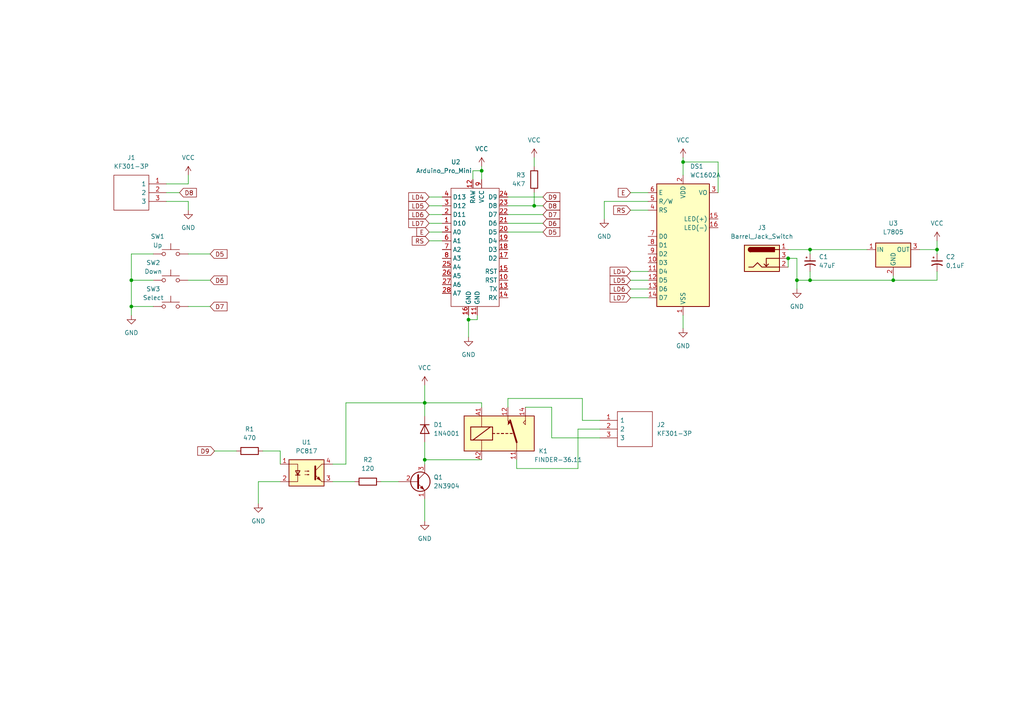
<source format=kicad_sch>
(kicad_sch (version 20211123) (generator eeschema)
  (paper "A4")
  (lib_symbols
    (symbol "Connector:Barrel_Jack_Switch" (pin_names hide)
      (property "Reference" "J" (at 0 5.334 0))
      (property "Value" "Barrel_Jack_Switch" (at 0 -5.08 0))
      (symbol "Barrel_Jack_Switch_0_1"
        (rectangle (start -5.08 3.81) (end 5.08 -3.81) (stroke (width 0.254)) (fill (type background)))
        (arc (start -3.302 3.175) (mid -3.937 2.54) (end -3.302 1.905) (stroke (width 0.254)))
        (arc (start -3.302 3.175) (mid -3.937 2.54) (end -3.302 1.905) (stroke (width 0.254)) (fill (type outline)))
        (polyline (pts (xy 1.27 -2.286) (xy 1.905 -1.651)) (stroke (width 0.254)))
        (polyline (pts (xy 5.08 2.54) (xy 3.81 2.54)) (stroke (width 0.254)))
        (polyline (pts (xy 5.08 0) (xy 1.27 0) (xy 1.27 -2.286) (xy 0.635 -1.651)) (stroke (width 0.254)))
        (polyline (pts (xy -3.81 -2.54) (xy -2.54 -2.54) (xy -1.27 -1.27) (xy 0 -2.54) (xy 2.54 -2.54) (xy 5.08 -2.54)) (stroke (width 0.254)))
        (rectangle (start 3.683 3.175) (end -3.302 1.905) (stroke (width 0.254)) (fill (type outline)))
      )
      (symbol "Barrel_Jack_Switch_1_1"
        (pin passive line (at 7.62 2.54 180) (length 2.54) (name "~") (number "1"))
        (pin passive line (at 7.62 -2.54 180) (length 2.54) (name "~") (number "2"))
        (pin passive line (at 7.62 0 180) (length 2.54) (name "~") (number "3"))
      )
    )
    (symbol "Device:C_Polarized_Small_US" (pin_numbers hide) (pin_names (offset 0.254) hide)
      (property "Reference" "C" (at 0.254 1.778 0))
      (property "Value" "C_Polarized_Small_US" (at 0.254 -2.032 0))
      (symbol "C_Polarized_Small_US_0_1"
        (polyline (pts (xy -1.524 0.508) (xy 1.524 0.508)) (stroke (width 0.3048)))
        (polyline (pts (xy -1.27 1.524) (xy -0.762 1.524)))
        (polyline (pts (xy -1.016 1.27) (xy -1.016 1.778)))
        (arc (start 1.524 -0.762) (mid 0 -0.3734) (end -1.524 -0.762) (stroke (width 0.3048)))
      )
      (symbol "C_Polarized_Small_US_1_1"
        (pin passive line (at 0 2.54 270) (length 2.032) (name "~") (number "1"))
        (pin passive line (at 0 -2.54 90) (length 2.032) (name "~") (number "2"))
      )
    )
    (symbol "Device:R" (pin_numbers hide) (pin_names (offset 0))
      (property "Reference" "R" (at 2.032 0 90))
      (property "Value" "R" (at 0 0 90))
      (symbol "R_0_1"
        (rectangle (start -1.016 -2.54) (end 1.016 2.54) (stroke (width 0.254)))
      )
      (symbol "R_1_1"
        (pin passive line (at 0 3.81 270) (length 1.27) (name "~") (number "1"))
        (pin passive line (at 0 -3.81 90) (length 1.27) (name "~") (number "2"))
      )
    )
    (symbol "Diode:1N4001" (pin_numbers hide) (pin_names (offset 1.016) hide)
      (property "Reference" "D" (at 0 2.54 0))
      (property "Value" "1N4001" (at 0 -2.54 0))
      (symbol "1N4001_0_1"
        (polyline (pts (xy -1.27 1.27) (xy -1.27 -1.27)) (stroke (width 0.254)))
        (polyline (pts (xy 1.27 0) (xy -1.27 0)))
        (polyline (pts (xy 1.27 1.27) (xy 1.27 -1.27) (xy -1.27 0) (xy 1.27 1.27)) (stroke (width 0.254)))
      )
      (symbol "1N4001_1_1"
        (pin passive line (at -3.81 0 0) (length 2.54) (name "K") (number "1"))
        (pin passive line (at 3.81 0 180) (length 2.54) (name "A") (number "2"))
      )
    )
    (symbol "Display_Character:WC1602A"
      (property "Reference" "DS" (at -5.842 19.05 0))
      (property "Value" "WC1602A" (at 5.334 19.05 0))
      (symbol "WC1602A_1_1"
        (rectangle (start -7.62 17.78) (end 7.62 -17.78) (stroke (width 0.254)) (fill (type background)))
        (pin power_in line (at 0 -20.32 90) (length 2.54) (name "VSS") (number "1"))
        (pin input line (at -10.16 -5.08 0) (length 2.54) (name "D3") (number "10"))
        (pin input line (at -10.16 -7.62 0) (length 2.54) (name "D4") (number "11"))
        (pin input line (at -10.16 -10.16 0) (length 2.54) (name "D5") (number "12"))
        (pin input line (at -10.16 -12.7 0) (length 2.54) (name "D6") (number "13"))
        (pin input line (at -10.16 -15.24 0) (length 2.54) (name "D7") (number "14"))
        (pin power_in line (at 10.16 7.62 180) (length 2.54) (name "LED(+)") (number "15"))
        (pin power_in line (at 10.16 5.08 180) (length 2.54) (name "LED(-)") (number "16"))
        (pin power_in line (at 0 20.32 270) (length 2.54) (name "VDD") (number "2"))
        (pin input line (at 10.16 15.24 180) (length 2.54) (name "VO") (number "3"))
        (pin input line (at -10.16 10.16 0) (length 2.54) (name "RS") (number "4"))
        (pin input line (at -10.16 12.7 0) (length 2.54) (name "R/W") (number "5"))
        (pin input line (at -10.16 15.24 0) (length 2.54) (name "E") (number "6"))
        (pin input line (at -10.16 2.54 0) (length 2.54) (name "D0") (number "7"))
        (pin input line (at -10.16 0 0) (length 2.54) (name "D1") (number "8"))
        (pin input line (at -10.16 -2.54 0) (length 2.54) (name "D2") (number "9"))
      )
    )
    (symbol "Isolator:PC817" (pin_names (offset 1.016))
      (property "Reference" "U" (at -5.08 5.08 0))
      (property "Value" "PC817" (at 0 5.08 0))
      (symbol "PC817_0_1"
        (rectangle (start -5.08 3.81) (end 5.08 -3.81) (stroke (width 0.254)) (fill (type background)))
        (polyline (pts (xy -3.175 -0.635) (xy -1.905 -0.635)) (stroke (width 0.254)))
        (polyline (pts (xy 2.54 0.635) (xy 4.445 2.54)))
        (polyline (pts (xy 4.445 -2.54) (xy 2.54 -0.635)) (fill (type outline)))
        (polyline (pts (xy 4.445 -2.54) (xy 5.08 -2.54)))
        (polyline (pts (xy 4.445 2.54) (xy 5.08 2.54)))
        (polyline (pts (xy -5.08 2.54) (xy -2.54 2.54) (xy -2.54 -0.635)))
        (polyline (pts (xy -2.54 -0.635) (xy -2.54 -2.54) (xy -5.08 -2.54)))
        (polyline (pts (xy 2.54 1.905) (xy 2.54 -1.905) (xy 2.54 -1.905)) (stroke (width 0.508)))
        (polyline (pts (xy -2.54 -0.635) (xy -3.175 0.635) (xy -1.905 0.635) (xy -2.54 -0.635)) (stroke (width 0.254)))
        (polyline (pts (xy -0.508 -0.508) (xy 0.762 -0.508) (xy 0.381 -0.635) (xy 0.381 -0.381) (xy 0.762 -0.508)))
        (polyline (pts (xy -0.508 0.508) (xy 0.762 0.508) (xy 0.381 0.381) (xy 0.381 0.635) (xy 0.762 0.508)))
        (polyline (pts (xy 3.048 -1.651) (xy 3.556 -1.143) (xy 4.064 -2.159) (xy 3.048 -1.651) (xy 3.048 -1.651)) (fill (type outline)))
      )
      (symbol "PC817_1_1"
        (pin passive line (at -7.62 2.54 0) (length 2.54) (name "~") (number "1"))
        (pin passive line (at -7.62 -2.54 0) (length 2.54) (name "~") (number "2"))
        (pin passive line (at 7.62 -2.54 180) (length 2.54) (name "~") (number "3"))
        (pin passive line (at 7.62 2.54 180) (length 2.54) (name "~") (number "4"))
      )
    )
    (symbol "KF301-3P:KF301-3P" (pin_names (offset 0.762))
      (property "Reference" "J" (at 16.51 7.62 0))
      (property "Value" "KF301-3P" (at 16.51 5.08 0))
      (symbol "KF301-3P_0_0"
        (pin passive line (at 0 0 0) (length 5.08) (name "1") (number "1"))
        (pin passive line (at 0 -2.54 0) (length 5.08) (name "2") (number "2"))
        (pin passive line (at 0 -5.08 0) (length 5.08) (name "3") (number "3"))
      )
      (symbol "KF301-3P_0_1"
        (polyline (pts (xy 5.08 2.54) (xy 15.24 2.54) (xy 15.24 -7.62) (xy 5.08 -7.62) (xy 5.08 2.54)) (stroke (width 0.1524)))
      )
    )
    (symbol "Regulator_Linear:L7805" (pin_names (offset 0.254))
      (property "Reference" "U" (at -3.81 3.175 0))
      (property "Value" "L7805" (at 0 3.175 0))
      (symbol "L7805_0_1"
        (rectangle (start -5.08 1.905) (end 5.08 -5.08) (stroke (width 0.254)) (fill (type background)))
      )
      (symbol "L7805_1_1"
        (pin power_in line (at -7.62 0 0) (length 2.54) (name "IN") (number "1"))
        (pin power_in line (at 0 -7.62 90) (length 2.54) (name "GND") (number "2"))
        (pin power_out line (at 7.62 0 180) (length 2.54) (name "OUT") (number "3"))
      )
    )
    (symbol "Relay:FINDER-36.11"
      (property "Reference" "K" (at 11.43 3.81 0))
      (property "Value" "FINDER-36.11" (at 11.43 1.27 0))
      (symbol "FINDER-36.11_0_0"
        (polyline (pts (xy 2.54 3.81) (xy 2.54 5.08)))
        (polyline (pts (xy 7.62 3.81) (xy 7.62 5.08)))
        (polyline (pts (xy 7.62 3.81) (xy 7.62 2.54) (xy 6.985 3.175) (xy 7.62 3.81)))
      )
      (symbol "FINDER-36.11_0_1"
        (rectangle (start -10.16 5.08) (end 10.16 -5.08) (stroke (width 0.254)) (fill (type background)))
        (rectangle (start -8.255 1.905) (end -1.905 -1.905) (stroke (width 0.254)))
        (polyline (pts (xy -7.62 -1.905) (xy -2.54 1.905)) (stroke (width 0.254)))
        (polyline (pts (xy -5.08 -5.08) (xy -5.08 -1.905)))
        (polyline (pts (xy -5.08 5.08) (xy -5.08 1.905)))
        (polyline (pts (xy -1.905 0) (xy -1.27 0)) (stroke (width 0.254)))
        (polyline (pts (xy -0.635 0) (xy 0 0)) (stroke (width 0.254)))
        (polyline (pts (xy 0.635 0) (xy 1.27 0)) (stroke (width 0.254)))
        (polyline (pts (xy 0.635 0) (xy 1.27 0)) (stroke (width 0.254)))
        (polyline (pts (xy 1.905 0) (xy 2.54 0)) (stroke (width 0.254)))
        (polyline (pts (xy 3.175 0) (xy 3.81 0)) (stroke (width 0.254)))
        (polyline (pts (xy 5.08 -2.54) (xy 3.175 3.81)) (stroke (width 0.508)))
        (polyline (pts (xy 5.08 -2.54) (xy 5.08 -5.08)))
        (polyline (pts (xy 2.54 2.54) (xy 3.175 3.175) (xy 2.54 3.81)) (fill (type outline)))
      )
      (symbol "FINDER-36.11_1_1"
        (pin passive line (at 5.08 -7.62 90) (length 2.54) (name "~") (number "11"))
        (pin passive line (at 2.54 7.62 270) (length 2.54) (name "~") (number "12"))
        (pin passive line (at 7.62 7.62 270) (length 2.54) (name "~") (number "14"))
        (pin passive line (at -5.08 7.62 270) (length 2.54) (name "~") (number "A1"))
        (pin passive line (at -5.08 -7.62 90) (length 2.54) (name "~") (number "A2"))
      )
    )
    (symbol "Switch:SW_Push" (pin_numbers hide) (pin_names (offset 1.016) hide)
      (property "Reference" "SW" (at 1.27 2.54 0))
      (property "Value" "SW_Push" (at 0 -1.524 0))
      (symbol "SW_Push_0_1"
        (circle (center -2.032 0) (radius 0.508))
        (polyline (pts (xy 0 1.27) (xy 0 3.048)))
        (polyline (pts (xy 2.54 1.27) (xy -2.54 1.27)))
        (circle (center 2.032 0) (radius 0.508))
        (pin passive line (at -5.08 0 0) (length 2.54) (name "1") (number "1"))
        (pin passive line (at 5.08 0 180) (length 2.54) (name "2") (number "2"))
      )
    )
    (symbol "Transistor_BJT:2N3904" (pin_names (offset 0) hide)
      (property "Reference" "Q" (at 5.08 1.905 0))
      (property "Value" "2N3904" (at 5.08 0 0))
      (symbol "2N3904_0_1"
        (polyline (pts (xy 0.635 0.635) (xy 2.54 2.54)))
        (polyline (pts (xy 0.635 -0.635) (xy 2.54 -2.54) (xy 2.54 -2.54)))
        (polyline (pts (xy 0.635 1.905) (xy 0.635 -1.905) (xy 0.635 -1.905)) (stroke (width 0.508)))
        (polyline (pts (xy 1.27 -1.778) (xy 1.778 -1.27) (xy 2.286 -2.286) (xy 1.27 -1.778) (xy 1.27 -1.778)) (fill (type outline)))
        (circle (center 1.27 0) (radius 2.8194) (stroke (width 0.254)))
      )
      (symbol "2N3904_1_1"
        (pin passive line (at 2.54 -5.08 90) (length 2.54) (name "E") (number "1"))
        (pin passive line (at -5.08 0 0) (length 5.715) (name "B") (number "2"))
        (pin passive line (at 2.54 5.08 270) (length 2.54) (name "C") (number "3"))
      )
    )
    (symbol "arduino_proMini:Arduino_Pro_Mini"
      (property "Reference" "U" (at 0 0 0))
      (property "Value" "Arduino_Pro_Mini" (at 0 -2.54 0))
      (symbol "Arduino_Pro_Mini_0_1"
        (rectangle (start -16.51 35.56) (end -2.54 1.27))
      )
      (symbol "Arduino_Pro_Mini_1_1"
        (pin input line (at -19.05 25.4 0) (length 2.54) (name "D10") (number "1"))
        (pin input line (at 0 8.89 180) (length 2.54) (name "RST") (number "10"))
        (pin input line (at -8.89 -1.27 90) (length 2.54) (name "GND") (number "11"))
        (pin input line (at -10.16 38.1 270) (length 2.54) (name "RAW") (number "12"))
        (pin input line (at 0 6.35 180) (length 2.54) (name "TX") (number "13"))
        (pin input line (at 0 3.81 180) (length 2.54) (name "RX") (number "14"))
        (pin input line (at 0 11.43 180) (length 2.54) (name "RST") (number "15"))
        (pin input line (at -11.43 -1.27 90) (length 2.54) (name "GND") (number "16"))
        (pin input line (at 0 15.24 180) (length 2.54) (name "D2") (number "17"))
        (pin input line (at 0 17.78 180) (length 2.54) (name "D3") (number "18"))
        (pin input line (at 0 20.32 180) (length 2.54) (name "D4") (number "19"))
        (pin input line (at -19.05 27.94 0) (length 2.54) (name "D11") (number "2"))
        (pin input line (at 0 22.86 180) (length 2.54) (name "D5") (number "20"))
        (pin input line (at 0 25.4 180) (length 2.54) (name "D6") (number "21"))
        (pin input line (at 0 27.94 180) (length 2.54) (name "D7") (number "22"))
        (pin input line (at 0 30.48 180) (length 2.54) (name "D8") (number "23"))
        (pin input line (at 0 33.02 180) (length 2.54) (name "D9") (number "24"))
        (pin input line (at -19.05 12.7 0) (length 2.54) (name "A4") (number "25"))
        (pin input line (at -19.05 10.16 0) (length 2.54) (name "A5") (number "26"))
        (pin input line (at -19.05 7.62 0) (length 2.54) (name "A6") (number "27"))
        (pin input line (at -19.05 5.08 0) (length 2.54) (name "A7") (number "28"))
        (pin input line (at -19.05 30.48 0) (length 2.54) (name "D12") (number "3"))
        (pin input line (at -19.05 33.02 0) (length 2.54) (name "D13") (number "4"))
        (pin input line (at -19.05 22.86 0) (length 2.54) (name "A0") (number "5"))
        (pin input line (at -19.05 20.32 0) (length 2.54) (name "A1") (number "6"))
        (pin input line (at -19.05 17.78 0) (length 2.54) (name "A2") (number "7"))
        (pin input line (at -19.05 15.24 0) (length 2.54) (name "A3") (number "8"))
        (pin input line (at -7.62 38.1 270) (length 2.54) (name "VCC") (number "9"))
      )
    )
    (symbol "power:GND" (power) (pin_names (offset 0))
      (property "Value" "GND" (at 0 -3.81 0))
      (symbol "GND_0_1"
        (polyline (pts (xy 0 0) (xy 0 -1.27) (xy 1.27 -1.27) (xy 0 -2.54) (xy -1.27 -1.27) (xy 0 -1.27)))
      )
      (symbol "GND_1_1"
        (pin power_in line (at 0 0 270) (length 0) hide (name "GND") (number "1"))
      )
    )
    (symbol "power:VCC" (power) (pin_names (offset 0))
      (property "Value" "VCC" (at 0 3.81 0))
      (symbol "VCC_0_1"
        (polyline (pts (xy -0.762 1.27) (xy 0 2.54)))
        (polyline (pts (xy 0 0) (xy 0 2.54)))
        (polyline (pts (xy 0 2.54) (xy 0.762 1.27)))
      )
      (symbol "VCC_1_1"
        (pin power_in line (at 0 0 90) (length 0) hide (name "VCC") (number "1"))
      )
    )
  )
  (junction (at 123.19 133.35))
  (junction (at 38.1 88.9))
  (junction (at 123.19 116.84))
  (junction (at 38.1 81.28))
  (junction (at 154.94 59.69))
  (junction (at 271.78 72.39))
  (junction (at 259.08 81.28))
  (junction (at 234.95 72.39))
  (junction (at 135.89 92.71))
  (junction (at 198.12 46.99))
  (junction (at 228.6 74.93))
  (junction (at 234.95 81.28))
  (junction (at 139.7 49.53))
  (junction (at 231.14 81.28))
  (wire (pts (xy 76.2 130.81) (xy 81.28 130.81)))
  (wire (pts (xy 147.32 62.23) (xy 157.48 62.23)))
  (wire (pts (xy 38.1 81.28) (xy 44.45 81.28)))
  (wire (pts (xy 182.88 86.36) (xy 187.96 86.36)))
  (wire (pts (xy 154.94 59.69) (xy 157.48 59.69)))
  (wire (pts (xy 38.1 73.66) (xy 38.1 81.28)))
  (wire (pts (xy 81.28 139.7) (xy 74.93 139.7)))
  (wire (pts (xy 137.16 52.07) (xy 137.16 49.53)))
  (wire (pts (xy 138.43 91.44) (xy 138.43 92.71)))
  (wire (pts (xy 124.46 62.23) (xy 128.27 62.23)))
  (wire (pts (xy 74.93 139.7) (xy 74.93 146.05)))
  (wire (pts (xy 96.52 134.62) (xy 100.33 134.62)))
  (wire (pts (xy 110.49 139.7) (xy 115.57 139.7)))
  (wire (pts (xy 168.91 121.92) (xy 173.99 121.92)))
  (wire (pts (xy 160.02 127) (xy 173.99 127)))
  (wire (pts (xy 137.16 49.53) (xy 139.7 49.53)))
  (wire (pts (xy 123.19 128.27) (xy 123.19 133.35)))
  (wire (pts (xy 271.78 81.28) (xy 259.08 81.28)))
  (wire (pts (xy 182.88 60.96) (xy 187.96 60.96)))
  (wire (pts (xy 228.6 72.39) (xy 234.95 72.39)))
  (wire (pts (xy 123.19 133.35) (xy 139.7 133.35)))
  (wire (pts (xy 139.7 48.26) (xy 139.7 49.53)))
  (wire (pts (xy 123.19 133.35) (xy 123.19 134.62)))
  (wire (pts (xy 54.61 88.9) (xy 60.96 88.9)))
  (wire (pts (xy 182.88 83.82) (xy 187.96 83.82)))
  (wire (pts (xy 208.28 46.99) (xy 198.12 46.99)))
  (wire (pts (xy 38.1 88.9) (xy 44.45 88.9)))
  (wire (pts (xy 198.12 91.44) (xy 198.12 95.25)))
  (wire (pts (xy 100.33 134.62) (xy 100.33 116.84)))
  (wire (pts (xy 147.32 115.57) (xy 168.91 115.57)))
  (wire (pts (xy 147.32 57.15) (xy 157.48 57.15)))
  (wire (pts (xy 123.19 116.84) (xy 123.19 120.65)))
  (wire (pts (xy 54.61 58.42) (xy 54.61 60.96)))
  (wire (pts (xy 54.61 73.66) (xy 60.96 73.66)))
  (wire (pts (xy 149.86 133.35) (xy 149.86 135.89)))
  (wire (pts (xy 182.88 81.28) (xy 187.96 81.28)))
  (wire (pts (xy 139.7 116.84) (xy 139.7 118.11)))
  (wire (pts (xy 135.89 92.71) (xy 135.89 97.79)))
  (wire (pts (xy 149.86 135.89) (xy 167.64 135.89)))
  (wire (pts (xy 234.95 78.74) (xy 234.95 81.28)))
  (wire (pts (xy 182.88 55.88) (xy 187.96 55.88)))
  (wire (pts (xy 147.32 64.77) (xy 157.48 64.77)))
  (wire (pts (xy 234.95 81.28) (xy 231.14 81.28)))
  (wire (pts (xy 124.46 59.69) (xy 128.27 59.69)))
  (wire (pts (xy 48.26 53.34) (xy 54.61 53.34)))
  (wire (pts (xy 38.1 81.28) (xy 38.1 88.9)))
  (wire (pts (xy 266.7 72.39) (xy 271.78 72.39)))
  (wire (pts (xy 139.7 49.53) (xy 139.7 52.07)))
  (wire (pts (xy 48.26 58.42) (xy 54.61 58.42)))
  (wire (pts (xy 124.46 57.15) (xy 128.27 57.15)))
  (wire (pts (xy 124.46 64.77) (xy 128.27 64.77)))
  (wire (pts (xy 231.14 81.28) (xy 231.14 74.93)))
  (wire (pts (xy 62.23 130.81) (xy 68.58 130.81)))
  (wire (pts (xy 271.78 72.39) (xy 271.78 73.66)))
  (wire (pts (xy 228.6 74.93) (xy 228.6 77.47)))
  (wire (pts (xy 123.19 111.76) (xy 123.19 116.84)))
  (wire (pts (xy 234.95 72.39) (xy 234.95 73.66)))
  (wire (pts (xy 154.94 45.72) (xy 154.94 48.26)))
  (wire (pts (xy 124.46 67.31) (xy 128.27 67.31)))
  (wire (pts (xy 234.95 81.28) (xy 259.08 81.28)))
  (wire (pts (xy 38.1 88.9) (xy 38.1 91.44)))
  (wire (pts (xy 198.12 46.99) (xy 198.12 50.8)))
  (wire (pts (xy 208.28 55.88) (xy 208.28 46.99)))
  (wire (pts (xy 160.02 118.11) (xy 160.02 127)))
  (wire (pts (xy 175.26 63.5) (xy 175.26 58.42)))
  (wire (pts (xy 168.91 115.57) (xy 168.91 121.92)))
  (wire (pts (xy 147.32 118.11) (xy 147.32 115.57)))
  (wire (pts (xy 138.43 92.71) (xy 135.89 92.71)))
  (wire (pts (xy 54.61 53.34) (xy 54.61 50.8)))
  (wire (pts (xy 182.88 78.74) (xy 187.96 78.74)))
  (wire (pts (xy 271.78 69.85) (xy 271.78 72.39)))
  (wire (pts (xy 81.28 130.81) (xy 81.28 134.62)))
  (wire (pts (xy 135.89 91.44) (xy 135.89 92.71)))
  (wire (pts (xy 167.64 135.89) (xy 167.64 124.46)))
  (wire (pts (xy 259.08 80.01) (xy 259.08 81.28)))
  (wire (pts (xy 147.32 59.69) (xy 154.94 59.69)))
  (wire (pts (xy 152.4 118.11) (xy 160.02 118.11)))
  (wire (pts (xy 123.19 144.78) (xy 123.19 151.13)))
  (wire (pts (xy 198.12 45.72) (xy 198.12 46.99)))
  (wire (pts (xy 231.14 83.82) (xy 231.14 81.28)))
  (wire (pts (xy 234.95 72.39) (xy 251.46 72.39)))
  (wire (pts (xy 54.61 81.28) (xy 60.96 81.28)))
  (wire (pts (xy 147.32 67.31) (xy 157.48 67.31)))
  (wire (pts (xy 271.78 78.74) (xy 271.78 81.28)))
  (wire (pts (xy 100.33 116.84) (xy 123.19 116.84)))
  (wire (pts (xy 48.26 55.88) (xy 52.07 55.88)))
  (wire (pts (xy 123.19 116.84) (xy 139.7 116.84)))
  (wire (pts (xy 124.46 69.85) (xy 128.27 69.85)))
  (wire (pts (xy 175.26 58.42) (xy 187.96 58.42)))
  (wire (pts (xy 231.14 74.93) (xy 228.6 74.93)))
  (wire (pts (xy 96.52 139.7) (xy 102.87 139.7)))
  (wire (pts (xy 167.64 124.46) (xy 173.99 124.46)))
  (wire (pts (xy 44.45 73.66) (xy 38.1 73.66)))
  (wire (pts (xy 154.94 55.88) (xy 154.94 59.69)))
  (global_label "D6" (shape input) (at 60.96 81.28 0) (property "Intersheet References" "${INTERSHEET_REFS}" (effects hide)))
  (global_label "D9" (shape input) (at 62.23 130.81 180) (property "Intersheet References" "${INTERSHEET_REFS}" (effects hide)))
  (global_label "RS" (shape input) (at 182.88 60.96 180) (property "Intersheet References" "${INTERSHEET_REFS}" (effects hide)))
  (global_label "D7" (shape input) (at 157.48 62.23 0) (property "Intersheet References" "${INTERSHEET_REFS}" (effects hide)))
  (global_label "D7" (shape input) (at 60.96 88.9 0) (property "Intersheet References" "${INTERSHEET_REFS}" (effects hide)))
  (global_label "LD5" (shape input) (at 182.88 81.28 180) (property "Intersheet References" "${INTERSHEET_REFS}" (effects hide)))
  (global_label "D8" (shape input) (at 52.07 55.88 0) (property "Intersheet References" "${INTERSHEET_REFS}" (effects hide)))
  (global_label "LD6" (shape input) (at 182.88 83.82 180) (property "Intersheet References" "${INTERSHEET_REFS}" (effects hide)))
  (global_label "RS" (shape input) (at 124.46 69.85 180) (property "Intersheet References" "${INTERSHEET_REFS}" (effects hide)))
  (global_label "E" (shape input) (at 124.46 67.31 180) (property "Intersheet References" "${INTERSHEET_REFS}" (effects hide)))
  (global_label "LD4" (shape input) (at 124.46 57.15 180) (property "Intersheet References" "${INTERSHEET_REFS}" (effects hide)))
  (global_label "LD7" (shape input) (at 182.88 86.36 180) (property "Intersheet References" "${INTERSHEET_REFS}" (effects hide)))
  (global_label "E" (shape input) (at 182.88 55.88 180) (property "Intersheet References" "${INTERSHEET_REFS}" (effects hide)))
  (global_label "LD7" (shape input) (at 124.46 64.77 180) (property "Intersheet References" "${INTERSHEET_REFS}" (effects hide)))
  (global_label "LD5" (shape input) (at 124.46 59.69 180) (property "Intersheet References" "${INTERSHEET_REFS}" (effects hide)))
  (global_label "D8" (shape input) (at 157.48 59.69 0) (property "Intersheet References" "${INTERSHEET_REFS}" (effects hide)))
  (global_label "LD4" (shape input) (at 182.88 78.74 180) (property "Intersheet References" "${INTERSHEET_REFS}" (effects hide)))
  (global_label "LD6" (shape input) (at 124.46 62.23 180) (property "Intersheet References" "${INTERSHEET_REFS}" (effects hide)))
  (global_label "D9" (shape input) (at 157.48 57.15 0) (property "Intersheet References" "${INTERSHEET_REFS}" (effects hide)))
  (global_label "D5" (shape input) (at 157.48 67.31 0) (property "Intersheet References" "${INTERSHEET_REFS}" (effects hide)))
  (global_label "D6" (shape input) (at 157.48 64.77 0) (property "Intersheet References" "${INTERSHEET_REFS}" (effects hide)))
  (global_label "D5" (shape input) (at 60.96 73.66 0) (property "Intersheet References" "${INTERSHEET_REFS}" (effects hide)))
  (symbol (lib_id "power:VCC") (at 271.78 69.85 0) (unit 1)
    (property "Reference" "#PWR014" (effects hide))
    (property "Value" "VCC" (at 271.78 64.77 0))
  )
  (symbol (lib_id "Switch:SW_Push") (at 49.53 81.28 0) (unit 1)
    (property "Reference" "SW2" (at 44.45 76.2 0))
    (property "Value" "Down" (at 44.45 78.74 0))
    (property "Footprint" "Button_Switch_THT:SW_PUSH_6mm_H8.5mm" (effects hide))
  )
  (symbol (lib_id "Diode:1N4001") (at 123.19 124.46 270) (unit 1)
    (property "Reference" "D1" (at 125.73 123.1899 90) (effects (justify left)))
    (property "Value" "1N4001" (at 125.73 125.7299 90) (effects (justify left)))
    (property "Footprint" "Diode_THT:D_DO-41_SOD81_P10.16mm_Horizontal" (effects hide))
    (property "Datasheet" "http://www.vishay.com/docs/88503/1n4001.pdf" (effects hide))
  )
  (symbol (lib_id "Device:R") (at 72.39 130.81 90) (unit 1)
    (property "Reference" "R1" (at 72.39 124.46 90))
    (property "Value" "470" (at 72.39 127 90))
    (property "Footprint" "Resistor_THT:R_Axial_DIN0204_L3.6mm_D1.6mm_P7.62mm_Horizontal" (effects hide))
  )
  (symbol (lib_id "Relay:FINDER-36.11") (at 144.78 125.73 0) (unit 1)
    (property "Reference" "K1" (at 156.21 130.81 0) (effects (justify left)))
    (property "Value" "FINDER-36.11" (at 154.94 133.35 0) (effects (justify left)))
    (property "Footprint" "Relay_THT:Relay_SPDT_Finder_36.11" (effects hide))
    (property "Datasheet" "https://gfinder.findernet.com/public/attachments/36/EN/S36EN.pdf" (effects hide))
  )
  (symbol (lib_id "power:VCC") (at 123.19 111.76 0) (unit 1)
    (property "Reference" "#PWR05" (effects hide))
    (property "Value" "VCC" (at 123.19 106.68 0))
  )
  (symbol (lib_id "Connector:Barrel_Jack_Switch") (at 220.98 74.93 0) (unit 1)
    (property "Reference" "J3" (at 220.98 66.04 0))
    (property "Value" "Barrel_Jack_Switch" (at 220.98 68.58 0))
    (property "Footprint" "Connector_BarrelJack:BarrelJack_Horizontal" (effects hide))
  )
  (symbol (lib_id "power:GND") (at 198.12 95.25 0) (unit 1)
    (property "Reference" "#PWR012" (effects hide))
    (property "Value" "GND" (at 198.12 100.33 0))
  )
  (symbol (lib_id "Switch:SW_Push") (at 49.53 88.9 0) (unit 1)
    (property "Reference" "SW3" (at 44.45 83.82 0))
    (property "Value" "Select" (at 44.45 86.36 0))
    (property "Footprint" "Button_Switch_THT:SW_PUSH_6mm_H8.5mm" (effects hide))
  )
  (symbol (lib_id "power:VCC") (at 54.61 50.8 0) (unit 1)
    (property "Reference" "#PWR02" (effects hide))
    (property "Value" "VCC" (at 54.61 45.72 0))
  )
  (symbol (lib_id "Isolator:PC817") (at 88.9 137.16 0) (unit 1)
    (property "Reference" "U1" (at 88.9 128.27 0))
    (property "Value" "PC817" (at 88.9 130.81 0))
    (property "Footprint" "Package_DIP:DIP-4_W7.62mm" (effects hide))
    (property "Datasheet" "http://www.soselectronic.cz/a_info/resource/d/pc817.pdf" (effects hide))
  )
  (symbol (lib_id "power:GND") (at 38.1 91.44 0) (unit 1)
    (property "Reference" "#PWR01" (effects hide))
    (property "Value" "GND" (at 38.1 96.52 0))
  )
  (symbol (lib_id "Device:R") (at 106.68 139.7 90) (unit 1)
    (property "Reference" "R2" (at 106.68 133.35 90))
    (property "Value" "120" (at 106.68 135.89 90))
    (property "Footprint" "Resistor_THT:R_Axial_DIN0204_L3.6mm_D1.6mm_P7.62mm_Horizontal" (effects hide))
  )
  (symbol (lib_id "KF301-3P:KF301-3P") (at 173.99 121.92 0) (unit 1)
    (property "Reference" "J2" (at 190.5 123.1899 0) (effects (justify left)))
    (property "Value" "KF301-3P" (at 190.5 125.7299 0) (effects (justify left)))
    (property "Footprint" "KF301-3P:KF3013P" (effects hide))
    (property "Datasheet" "http://www.handsontec.com/dataspecs/terminal%20block-5mm.pdf" (effects hide))
    (property "Description" "Terminal Block 5mm Pitch 3 Poles" (effects hide))
    (property "Height" "10" (effects hide))
    (property "Manufacturer_Name" "Handson Technology" (effects hide))
    (property "Manufacturer_Part_Number" "KF301-3P" (effects hide))
  )
  (symbol (lib_id "power:VCC") (at 154.94 45.72 0) (mirror y) (unit 1)
    (property "Reference" "#PWR09" (effects hide))
    (property "Value" "VCC" (at 154.94 40.64 0))
  )
  (symbol (lib_id "power:GND") (at 123.19 151.13 0) (unit 1)
    (property "Reference" "#PWR06" (effects hide))
    (property "Value" "GND" (at 123.19 156.21 0))
  )
  (symbol (lib_id "Display_Character:WC1602A") (at 198.12 71.12 0) (unit 1)
    (property "Reference" "DS1" (at 200.1394 48.26 0) (effects (justify left)))
    (property "Value" "WC1602A" (at 200.1394 50.8 0) (effects (justify left)))
    (property "Footprint" "Display:WC1602A" (effects hide))
    (property "Datasheet" "http://www.wincomlcd.com/pdf/WC1602A-SFYLYHTC06.pdf" (effects hide))
  )
  (symbol (lib_id "power:VCC") (at 139.7 48.26 0) (unit 1)
    (property "Reference" "#PWR08" (effects hide))
    (property "Value" "VCC" (at 139.7 43.18 0))
  )
  (symbol (lib_id "arduino_proMini:Arduino_Pro_Mini") (at 147.32 90.17 0) (unit 1)
    (property "Reference" "U2" (at 130.81 46.99 0) (effects (justify left)))
    (property "Value" "Arduino_Pro_Mini" (at 120.65 49.53 0) (effects (justify left)))
    (property "Footprint" "arduino_pro_mini:arduino_pro_mini_mega168" (effects hide))
  )
  (symbol (lib_id "power:GND") (at 231.14 83.82 0) (unit 1)
    (property "Reference" "#PWR013" (effects hide))
    (property "Value" "GND" (at 231.14 88.9 0))
  )
  (symbol (lib_id "Switch:SW_Push") (at 49.53 73.66 0) (unit 1)
    (property "Reference" "SW1" (at 45.72 68.58 0))
    (property "Value" "Up" (at 45.72 71.12 0))
    (property "Footprint" "Button_Switch_THT:SW_PUSH_6mm_H8.5mm" (effects hide))
  )
  (symbol (lib_id "power:GND") (at 74.93 146.05 0) (unit 1)
    (property "Reference" "#PWR04" (effects hide))
    (property "Value" "GND" (at 74.93 151.13 0))
  )
  (symbol (lib_id "Transistor_BJT:2N3904") (at 120.65 139.7 0) (unit 1)
    (property "Reference" "Q1" (at 125.73 138.4299 0) (effects (justify left)))
    (property "Value" "2N3904" (at 125.73 140.9699 0) (effects (justify left)))
    (property "Footprint" "Package_TO_SOT_THT:TO-92_Wide" (effects hide))
    (property "Datasheet" "https://www.onsemi.com/pub/Collateral/2N3903-D.PDF" (effects hide))
  )
  (symbol (lib_id "Device:C_Polarized_Small_US") (at 271.78 76.2 0) (unit 1)
    (property "Reference" "C2" (at 274.32 74.4981 0) (effects (justify left)))
    (property "Value" "0,1uF" (at 274.32 77.0381 0) (effects (justify left)))
    (property "Footprint" "Capacitor_THT:CP_Radial_D5.0mm_P2.50mm" (effects hide))
  )
  (symbol (lib_id "power:VCC") (at 198.12 45.72 0) (unit 1)
    (property "Reference" "#PWR011" (effects hide))
    (property "Value" "VCC" (at 198.12 40.64 0))
  )
  (symbol (lib_id "power:GND") (at 54.61 60.96 0) (unit 1)
    (property "Reference" "#PWR03" (effects hide))
    (property "Value" "GND" (at 54.61 66.04 0))
  )
  (symbol (lib_id "power:GND") (at 135.89 97.79 0) (unit 1)
    (property "Reference" "#PWR07" (effects hide))
    (property "Value" "GND" (at 135.89 102.87 0))
  )
  (symbol (lib_id "Device:R") (at 154.94 52.07 0) (mirror y) (unit 1)
    (property "Reference" "R3" (at 152.4 50.7999 0) (effects (justify left)))
    (property "Value" "4K7" (at 152.4 53.3399 0) (effects (justify left)))
    (property "Footprint" "Resistor_THT:R_Axial_DIN0204_L3.6mm_D1.6mm_P7.62mm_Horizontal" (effects hide))
  )
  (symbol (lib_id "KF301-3P:KF301-3P") (at 48.26 53.34 0) (mirror y) (unit 1)
    (property "Reference" "J1" (at 38.1 45.72 0))
    (property "Value" "KF301-3P" (at 38.1 48.26 0))
    (property "Footprint" "KF301-3P:KF3013P" (effects hide))
    (property "Datasheet" "http://www.handsontec.com/dataspecs/terminal%20block-5mm.pdf" (effects hide))
    (property "Description" "Terminal Block 5mm Pitch 3 Poles" (effects hide))
    (property "Height" "10" (effects hide))
    (property "Manufacturer_Name" "Handson Technology" (effects hide))
    (property "Manufacturer_Part_Number" "KF301-3P" (effects hide))
  )
  (symbol (lib_id "Regulator_Linear:L7805") (at 259.08 72.39 0) (unit 1)
    (property "Reference" "U3" (at 259.08 64.77 0))
    (property "Value" "L7805" (at 259.08 67.31 0))
    (property "Footprint" "L7805CV:TO255P1040X460X1968-3" (effects hide))
    (property "Datasheet" "http://www.st.com/content/ccc/resource/technical/document/datasheet/41/4f/b3/b0/12/d4/47/88/CD00000444.pdf/files/CD00000444.pdf/jcr:content/translations/en.CD00000444.pdf" (effects hide))
  )
  (symbol (lib_id "power:GND") (at 175.26 63.5 0) (unit 1)
    (property "Reference" "#PWR010" (effects hide))
    (property "Value" "GND" (at 175.26 68.58 0))
  )
  (symbol (lib_id "Device:C_Polarized_Small_US") (at 234.95 76.2 0) (unit 1)
    (property "Reference" "C1" (at 237.49 74.4981 0) (effects (justify left)))
    (property "Value" "47uF" (at 237.49 77.0381 0) (effects (justify left)))
    (property "Footprint" "Capacitor_THT:CP_Radial_D5.0mm_P2.50mm" (effects hide))
  )
)
</source>
